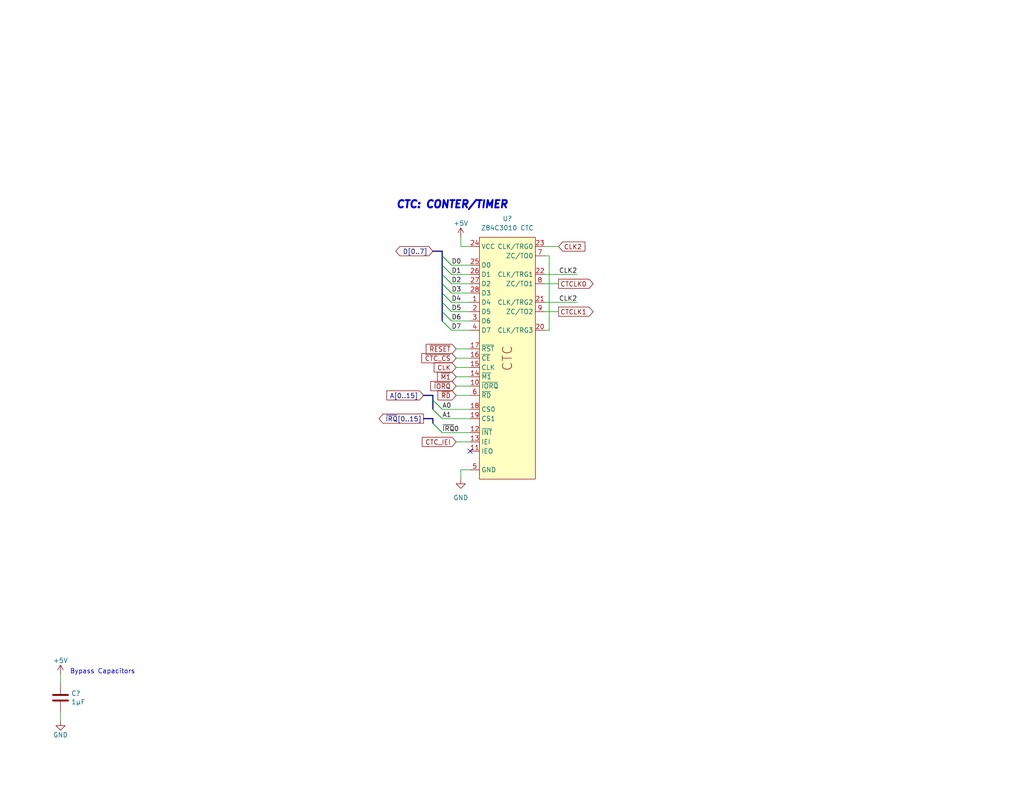
<source format=kicad_sch>
(kicad_sch (version 20230121) (generator eeschema)
  (paper "USLetter")
  (title_block (date "2023-08-27") (rev "2") (company "Frédéric Segard") (comment 1 "@microhobbyist") (comment 4 "Thank you to John Winans for his inspiration, as well as Grant Searle and Sergey Kiselev"))
  (lib_symbols
    (symbol "+5V_1" (power) (pin_names (offset 0))
      (property "Value" "+5V_1" (at 0 3.556 0))
      (symbol "+5V_1_0_1"
        (polyline (pts (xy -0.762 1.27) (xy 0 2.54)))
        (polyline (pts (xy 0 0) (xy 0 2.54)))
        (polyline (pts (xy 0 2.54) (xy 0.762 1.27)))
      )
      (symbol "+5V_1_1_1"
        (pin power_in line (at 0 0 90) (length 0) hide (name "+5V") (number "1"))
      )
    )
    (symbol "0_Library:Z84C30xx CTC"
      (property "Reference" "U" (at -7.62 1.27 0))
      (property "Value" "Z84C30xx CTC" (at 1.27 1.27 0))
      (symbol "Z84C30xx CTC_0_0"
        (text "CTC" (at 0 -33.02 900) (effects (font (size 2.54 2.54))))
      )
      (symbol "Z84C30xx CTC_0_1"
        (rectangle (start -7.62 0) (end 7.62 -66.04) (stroke (width 0.1524)) (fill (type background)))
      )
      (symbol "Z84C30xx CTC_1_1"
        (pin bidirectional line (at -10.16 -17.78 0) (length 2.54) (name "D4") (number "1"))
        (pin input line (at -10.16 -40.64 0) (length 2.54) (name "~{IORQ}") (number "10"))
        (pin output line (at -10.16 -58.42 0) (length 2.54) (name "IEO") (number "11"))
        (pin open_collector line (at -10.16 -53.34 0) (length 2.54) (name "~{INT}") (number "12"))
        (pin input line (at -10.16 -55.88 0) (length 2.54) (name "IEI") (number "13"))
        (pin input line (at -10.16 -38.1 0) (length 2.54) (name "~{M1}") (number "14"))
        (pin input line (at -10.16 -35.56 0) (length 2.54) (name "CLK") (number "15"))
        (pin input line (at -10.16 -33.02 0) (length 2.54) (name "~{CE}") (number "16"))
        (pin input line (at -10.16 -30.48 0) (length 2.54) (name "~{RST}") (number "17"))
        (pin input line (at -10.16 -46.99 0) (length 2.54) (name "CS0") (number "18"))
        (pin input line (at -10.16 -49.53 0) (length 2.54) (name "CS1") (number "19"))
        (pin bidirectional line (at -10.16 -20.32 0) (length 2.54) (name "D5") (number "2"))
        (pin input line (at 10.16 -25.4 180) (length 2.54) (name "CLK/TRG3") (number "20"))
        (pin input line (at 10.16 -17.78 180) (length 2.54) (name "CLK/TRG2") (number "21"))
        (pin input line (at 10.16 -10.16 180) (length 2.54) (name "CLK/TRG1") (number "22"))
        (pin input line (at 10.16 -2.54 180) (length 2.54) (name "CLK/TRG0") (number "23"))
        (pin power_in line (at -10.16 -2.54 0) (length 2.54) (name "VCC") (number "24"))
        (pin bidirectional line (at -10.16 -7.62 0) (length 2.54) (name "D0") (number "25"))
        (pin bidirectional line (at -10.16 -10.16 0) (length 2.54) (name "D1") (number "26"))
        (pin bidirectional line (at -10.16 -12.7 0) (length 2.54) (name "D2") (number "27"))
        (pin bidirectional line (at -10.16 -15.24 0) (length 2.54) (name "D3") (number "28"))
        (pin bidirectional line (at -10.16 -22.86 0) (length 2.54) (name "D6") (number "3"))
        (pin bidirectional line (at -10.16 -25.4 0) (length 2.54) (name "D7") (number "4"))
        (pin power_in line (at -10.16 -63.5 0) (length 2.54) (name "GND") (number "5"))
        (pin input line (at -10.16 -43.18 0) (length 2.54) (name "~{RD}") (number "6"))
        (pin output line (at 10.16 -5.08 180) (length 2.54) (name "ZC/TO0") (number "7"))
        (pin output line (at 10.16 -12.7 180) (length 2.54) (name "ZC/TO1") (number "8"))
        (pin output line (at 10.16 -20.32 180) (length 2.54) (name "ZC/TO2") (number "9"))
      )
    )
    (symbol "Device:C" (pin_numbers hide) (pin_names (offset 0.254))
      (property "Reference" "C" (at 0.635 2.54 0))
      (property "Value" "C" (at 0.635 -2.54 0))
      (symbol "C_0_1"
        (polyline (pts (xy -2.032 -0.762) (xy 2.032 -0.762)) (stroke (width 0.508)))
        (polyline (pts (xy -2.032 0.762) (xy 2.032 0.762)) (stroke (width 0.508)))
      )
      (symbol "C_1_1"
        (pin passive line (at 0 3.81 270) (length 2.794) (name "~") (number "1"))
        (pin passive line (at 0 -3.81 90) (length 2.794) (name "~") (number "2"))
      )
    )
    (symbol "GND_1" (power) (pin_names (offset 0))
      (property "Value" "GND_1" (at 0 -3.81 0))
      (symbol "GND_1_0_1"
        (polyline (pts (xy 0 0) (xy 0 -1.27) (xy 1.27 -1.27) (xy 0 -2.54) (xy -1.27 -1.27) (xy 0 -1.27)))
      )
      (symbol "GND_1_1_1"
        (pin power_in line (at 0 0 270) (length 0) hide (name "GND") (number "1"))
      )
    )
  )
  (no_connect (at 128.27 123.19))
  (bus_entry (at 120.65 82.55) (size 2.54 2.54))
  (bus_entry (at 118.11 115.57) (size 2.54 2.54))
  (bus_entry (at 118.11 109.22) (size 2.54 2.54))
  (bus_entry (at 120.65 80.01) (size 2.54 2.54))
  (bus_entry (at 118.11 115.57) (size 2.54 2.54))
  (bus_entry (at 120.65 77.47) (size 2.54 2.54))
  (bus_entry (at 120.65 77.47) (size 2.54 2.54))
  (bus_entry (at 120.65 80.01) (size 2.54 2.54))
  (bus_entry (at 120.65 82.55) (size 2.54 2.54))
  (bus_entry (at 120.65 74.93) (size 2.54 2.54))
  (bus_entry (at 118.11 111.76) (size 2.54 2.54))
  (bus_entry (at 120.65 72.39) (size 2.54 2.54))
  (bus_entry (at 120.65 69.85) (size 2.54 2.54))
  (bus_entry (at 118.11 109.22) (size 2.54 2.54))
  (bus_entry (at 120.65 87.63) (size 2.54 2.54))
  (bus_entry (at 120.65 87.63) (size 2.54 2.54))
  (bus_entry (at 120.65 69.85) (size 2.54 2.54))
  (bus_entry (at 118.11 111.76) (size 2.54 2.54))
  (bus_entry (at 120.65 72.39) (size 2.54 2.54))
  (bus_entry (at 120.65 85.09) (size 2.54 2.54))
  (bus_entry (at 120.65 85.09) (size 2.54 2.54))
  (bus_entry (at 120.65 74.93) (size 2.54 2.54))
  (bus (pts (xy 120.65 77.47) (xy 120.65 74.93)))
  (wire (pts (xy 148.59 77.47) (xy 152.4 77.47)))
  (wire (pts (xy 123.19 77.47) (xy 128.27 77.47)))
  (wire (pts (xy 123.19 87.63) (xy 128.27 87.63)))
  (wire (pts (xy 148.59 85.09) (xy 152.4 85.09)))
  (bus (pts (xy 118.11 68.58) (xy 120.65 68.58)))
  (wire (pts (xy 149.86 69.85) (xy 149.86 90.17)))
  (wire (pts (xy 124.46 102.87) (xy 128.27 102.87)))
  (wire (pts (xy 124.46 97.79) (xy 128.27 97.79)))
  (wire (pts (xy 16.51 184.15) (xy 16.51 186.69)))
  (wire (pts (xy 148.59 67.31) (xy 152.4 67.31)))
  (bus (pts (xy 120.65 82.55) (xy 120.65 80.01)))
  (bus (pts (xy 120.65 69.85) (xy 120.65 68.58)))
  (wire (pts (xy 120.65 111.76) (xy 128.27 111.76)))
  (wire (pts (xy 124.46 120.65) (xy 128.27 120.65)))
  (bus (pts (xy 118.11 115.57) (xy 118.11 114.3)))
  (bus (pts (xy 120.65 72.39) (xy 120.65 69.85)))
  (wire (pts (xy 125.73 128.27) (xy 125.73 130.81)))
  (wire (pts (xy 148.59 74.93) (xy 157.48 74.93)))
  (wire (pts (xy 123.19 72.39) (xy 128.27 72.39)))
  (wire (pts (xy 125.73 64.77) (xy 125.73 67.31)))
  (wire (pts (xy 123.19 74.93) (xy 128.27 74.93)))
  (bus (pts (xy 115.57 114.3) (xy 118.11 114.3)))
  (wire (pts (xy 128.27 128.27) (xy 125.73 128.27)))
  (wire (pts (xy 123.19 80.01) (xy 128.27 80.01)))
  (wire (pts (xy 120.65 118.11) (xy 128.27 118.11)))
  (bus (pts (xy 120.65 85.09) (xy 120.65 82.55)))
  (wire (pts (xy 124.46 105.41) (xy 128.27 105.41)))
  (wire (pts (xy 148.59 69.85) (xy 149.86 69.85)))
  (bus (pts (xy 118.11 109.22) (xy 118.11 107.95)))
  (bus (pts (xy 120.65 74.93) (xy 120.65 72.39)))
  (wire (pts (xy 123.19 90.17) (xy 128.27 90.17)))
  (wire (pts (xy 148.59 82.55) (xy 157.48 82.55)))
  (wire (pts (xy 123.19 82.55) (xy 128.27 82.55)))
  (bus (pts (xy 118.11 111.76) (xy 118.11 109.22)))
  (wire (pts (xy 149.86 90.17) (xy 148.59 90.17)))
  (wire (pts (xy 124.46 100.33) (xy 128.27 100.33)))
  (bus (pts (xy 115.57 107.95) (xy 118.11 107.95)))
  (wire (pts (xy 124.46 95.25) (xy 128.27 95.25)))
  (wire (pts (xy 120.65 114.3) (xy 128.27 114.3)))
  (wire (pts (xy 124.46 107.95) (xy 128.27 107.95)))
  (bus (pts (xy 120.65 80.01) (xy 120.65 77.47)))
  (bus (pts (xy 120.65 87.63) (xy 120.65 85.09)))
  (wire (pts (xy 123.19 85.09) (xy 128.27 85.09)))
  (wire (pts (xy 16.51 194.31) (xy 16.51 196.85)))
  (wire (pts (xy 128.27 67.31) (xy 125.73 67.31)))
  (text "CTC: CONTER/TIMER" (at 107.95 57.15 0) (effects (font (size 2 2) (thickness 0.508) bold italic) (justify left bottom)))
  (text "Bypass Capacitors" (at 19.05 184.15 0) (effects (font (size 1.27 1.27)) (justify left bottom)))
  (label "D1" (at 123.19 74.93 0))
  (label "CLK2" (at 157.48 74.93 180))
  (label "D5" (at 123.19 85.09 0))
  (label "D3" (at 123.19 80.01 0))
  (label "A0" (at 120.65 111.76 0))
  (label "D6" (at 123.19 87.63 0))
  (label "~{IRQ}0" (at 120.65 118.11 0))
  (label "D0" (at 123.19 72.39 0))
  (label "CLK2" (at 157.48 82.55 180))
  (label "A1" (at 120.65 114.3 0))
  (label "D4" (at 123.19 82.55 0))
  (label "D7" (at 123.19 90.17 0))
  (label "D2" (at 123.19 77.47 0))
  (global_label "~{IORQ}" (shape input) (at 124.46 105.41 180) (property "Intersheetrefs" "${INTERSHEET_REFS}" (effects hide)))
  (global_label "CLK" (shape input) (at 124.46 100.33 180) (property "Intersheetrefs" "${INTERSHEET_REFS}" (effects hide)))
  (global_label "~{M1}" (shape input) (at 124.46 102.87 180) (property "Intersheetrefs" "${INTERSHEET_REFS}" (effects hide)))
  (global_label "CTC_IEI" (shape input) (at 124.46 120.65 180) (property "Intersheetrefs" "${INTERSHEET_REFS}" (effects hide)))
  (global_label "~{RESET}" (shape input) (at 124.46 95.25 180) (property "Intersheetrefs" "${INTERSHEET_REFS}" (effects hide)))
  (global_label "CLK2" (shape input) (at 152.4 67.31 0) (property "Intersheetrefs" "${INTERSHEET_REFS}" (effects hide)))
  (global_label "~{RD}" (shape input) (at 124.46 107.95 180) (property "Intersheetrefs" "${INTERSHEET_REFS}" (effects hide)))
  (global_label "CTCLK1" (shape output) (at 152.4 85.09 0) (property "Intersheetrefs" "${INTERSHEET_REFS}" (effects hide)))
  (global_label "CTCLK0" (shape output) (at 152.4 77.47 0) (property "Intersheetrefs" "${INTERSHEET_REFS}" (effects hide)))
  (global_label "~{CTC_CS}" (shape input) (at 124.46 97.79 180) (property "Intersheetrefs" "${INTERSHEET_REFS}" (effects hide)))
  (global_label "D[0..7]" (shape bidirectional) (at 118.11 68.58 180) (property "Intersheetrefs" "${INTERSHEET_REFS}" (effects hide)))
  (global_label "~{IRQ}[0..15]" (shape output) (at 115.57 114.3 180) (property "Intersheetrefs" "${INTERSHEET_REFS}" (effects hide)))
  (global_label "A[0..15]" (shape input) (at 115.57 107.95 180) (property "Intersheetrefs" "${INTERSHEET_REFS}" (effects hide)))
  (symbol (lib_id "Device:C") (at 16.51 190.5 0) (unit 1)
    (property "Reference" "C?" (at 19.431 189.3316 0) (effects (justify left)))
    (property "Value" "1µF" (at 19.431 191.643 0) (effects (justify left)))
    (property "Footprint" "Capacitor_THT:C_Disc_D3.4mm_W2.1mm_P2.50mm" (effects hide))
    (instances (project "1 - Main CPU board with basic peripherals (rev5)" (path "" (reference "C?") (unit 1)) (path "" (reference "C?") (unit 1))) (project "2 - CPU and memory card with the essential peripherals" (path "" (reference "C?") (unit 1))) (project "3 - Quad Serial card v3" (path "" (reference "C?") (unit 1)) (path "" (reference "C?") (unit 1))) (project "2 - CPU and core components (Rev 2)" (path "" (reference "C?") (unit 1)) (path "" (reference "C?") (unit 1)) (path "" (reference "C14") (unit 1))))
  )
  (symbol (lib_id "0_Library:Z84C30xx CTC") (at 138.43 64.77 0) (unit 1)
    (property "Reference" "U?" (at 138.43 59.69 0))
    (property "Value" "Z84C3010 CTC" (at 138.43 62.23 0))
    (property "Footprint" "Package_DIP:DIP-28_W15.24mm_Socket" (effects hide))
    (property "Datasheet" "https://www.mouser.ca/datasheet/2/240/ps0181-2821199.pdf" (effects hide))
    (instances (project "1 - Main CPU board with basic peripherals (rev5)" (path "" (reference "U?") (unit 1))) (project "2 - CPU and core components (Rev 2)" (path "" (reference "U?") (unit 1)) (path "" (reference "U13") (unit 1))))
  )
  (symbol (lib_name "+5V_1") (lib_id "power:+5V") (at 125.73 64.77 0) (unit 1)
    (property "Reference" "#PWR?" (effects hide))
    (property "Value" "+5V" (at 125.73 60.96 0))
    (instances (project "1 - Main CPU board with basic peripherals (rev5)" (path "" (reference "#PWR?") (unit 1))) (project "2 - CPU and memory card with the essential peripherals" (path "" (reference "#PWR?") (unit 1))) (project "3 - Quad Serial card v3" (path "" (reference "#PWR?") (unit 1)) (path "" (reference "#PWR?") (unit 1))) (project "2 - CPU and core components (Rev 2)" (path "" (reference "#PWR?") (unit 1)) (path "" (reference "#PWR058") (unit 1))))
  )
  (symbol (lib_name "GND_1") (lib_id "power:GND") (at 16.51 196.85 0) (unit 1)
    (property "Reference" "#PWR?" (effects hide))
    (property "Value" "GND" (at 16.51 200.66 0))
    (instances (project "1 - Main CPU board with basic peripherals (rev5)" (path "" (reference "#PWR?") (unit 1)) (path "" (reference "#PWR?") (unit 1))) (project "2 - CPU and memory card with the essential peripherals" (path "" (reference "#PWR?") (unit 1))) (project "3 - Quad Serial card v3" (path "" (reference "#PWR?") (unit 1)) (path "" (reference "#PWR?") (unit 1))) (project "2 - CPU and core components (Rev 2)" (path "" (reference "#PWR?") (unit 1)) (path "" (reference "#PWR?") (unit 1)) (path "" (reference "#PWR057") (unit 1))))
  )
  (symbol (lib_name "GND_1") (lib_id "power:GND") (at 125.73 130.81 0) (unit 1)
    (property "Reference" "#PWR?" (effects hide))
    (property "Value" "GND" (at 125.73 135.89 0))
    (instances (project "1 - Main CPU board with basic peripherals (rev5)" (path "" (reference "#PWR?") (unit 1))) (project "2 - CPU and memory card with the essential peripherals" (path "" (reference "#PWR?") (unit 1))) (project "3 - Quad Serial card v3" (path "" (reference "#PWR?") (unit 1)) (path "" (reference "#PWR?") (unit 1))) (project "2 - CPU and core components (Rev 2)" (path "" (reference "#PWR?") (unit 1)) (path "" (reference "#PWR059") (unit 1))))
  )
  (symbol (lib_name "+5V_1") (lib_id "power:+5V") (at 16.51 184.15 0) (unit 1)
    (property "Reference" "#PWR?" (effects hide))
    (property "Value" "+5V" (at 16.51 180.34 0))
    (instances (project "1 - Main CPU board with basic peripherals (rev5)" (path "" (reference "#PWR?") (unit 1)) (path "" (reference "#PWR?") (unit 1))) (project "2 - CPU and memory card with the essential peripherals" (path "" (reference "#PWR?") (unit 1))) (project "3 - Quad Serial card v3" (path "" (reference "#PWR?") (unit 1)) (path "" (reference "#PWR?") (unit 1))) (project "2 - CPU and core components (Rev 2)" (path "" (reference "#PWR?") (unit 1)) (path "" (reference "#PWR?") (unit 1)) (path "" (reference "#PWR056") (unit 1))))
  )
)
</source>
